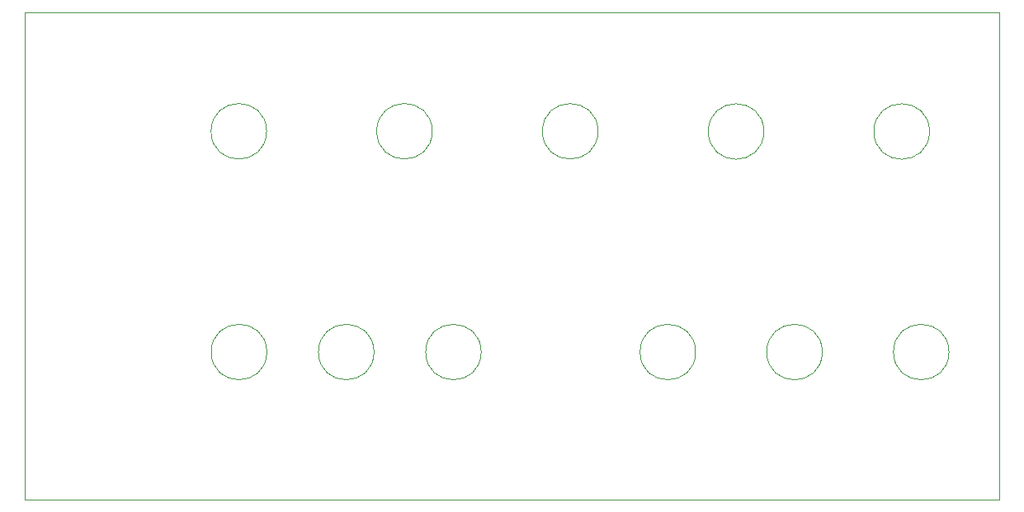
<source format=gm1>
%TF.GenerationSoftware,KiCad,Pcbnew,8.0.9-8.0.9-0~ubuntu24.04.1*%
%TF.CreationDate,2025-06-12T22:50:16-04:00*%
%TF.ProjectId,CoilTest,436f696c-5465-4737-942e-6b696361645f,0.0*%
%TF.SameCoordinates,Original*%
%TF.FileFunction,Profile,NP*%
%FSLAX46Y46*%
G04 Gerber Fmt 4.6, Leading zero omitted, Abs format (unit mm)*
G04 Created by KiCad (PCBNEW 8.0.9-8.0.9-0~ubuntu24.04.1) date 2025-06-12 22:50:16*
%MOMM*%
%LPD*%
G01*
G04 APERTURE LIST*
%TA.AperFunction,Profile*%
%ADD10C,0.050000*%
%TD*%
G04 APERTURE END LIST*
D10*
X168850000Y-84850000D02*
G75*
G02*
X163150000Y-84850000I-2850000J0D01*
G01*
X163150000Y-84850000D02*
G75*
G02*
X168850000Y-84850000I2850000J0D01*
G01*
X146850000Y-84850000D02*
G75*
G02*
X141150000Y-84850000I-2850000J0D01*
G01*
X141150000Y-84850000D02*
G75*
G02*
X146850000Y-84850000I2850000J0D01*
G01*
X192850000Y-62200000D02*
G75*
G02*
X187150000Y-62200000I-2850000J0D01*
G01*
X187150000Y-62200000D02*
G75*
G02*
X192850000Y-62200000I2850000J0D01*
G01*
X181850000Y-84850000D02*
G75*
G02*
X176150000Y-84850000I-2850000J0D01*
G01*
X176150000Y-84850000D02*
G75*
G02*
X181850000Y-84850000I2850000J0D01*
G01*
X175850000Y-62200000D02*
G75*
G02*
X170150000Y-62200000I-2850000J0D01*
G01*
X170150000Y-62200000D02*
G75*
G02*
X175850000Y-62200000I2850000J0D01*
G01*
X124850000Y-84850000D02*
G75*
G02*
X119150000Y-84850000I-2850000J0D01*
G01*
X119150000Y-84850000D02*
G75*
G02*
X124850000Y-84850000I2850000J0D01*
G01*
X141825484Y-62177901D02*
G75*
G02*
X136125484Y-62177901I-2850000J0D01*
G01*
X136125484Y-62177901D02*
G75*
G02*
X141825484Y-62177901I2850000J0D01*
G01*
X158831613Y-62182717D02*
G75*
G02*
X153131613Y-62182717I-2850000J0D01*
G01*
X153131613Y-62182717D02*
G75*
G02*
X158831613Y-62182717I2850000J0D01*
G01*
X194850000Y-84850000D02*
G75*
G02*
X189150000Y-84850000I-2850000J0D01*
G01*
X189150000Y-84850000D02*
G75*
G02*
X194850000Y-84850000I2850000J0D01*
G01*
X124830000Y-62180000D02*
G75*
G02*
X119130000Y-62180000I-2850000J0D01*
G01*
X119130000Y-62180000D02*
G75*
G02*
X124830000Y-62180000I2850000J0D01*
G01*
X200000000Y-100000000D02*
X100000000Y-100000000D01*
X100000000Y-50000000D01*
X200000000Y-50000000D01*
X200000000Y-100000000D01*
X135850000Y-84850000D02*
G75*
G02*
X130150000Y-84850000I-2850000J0D01*
G01*
X130150000Y-84850000D02*
G75*
G02*
X135850000Y-84850000I2850000J0D01*
G01*
M02*

</source>
